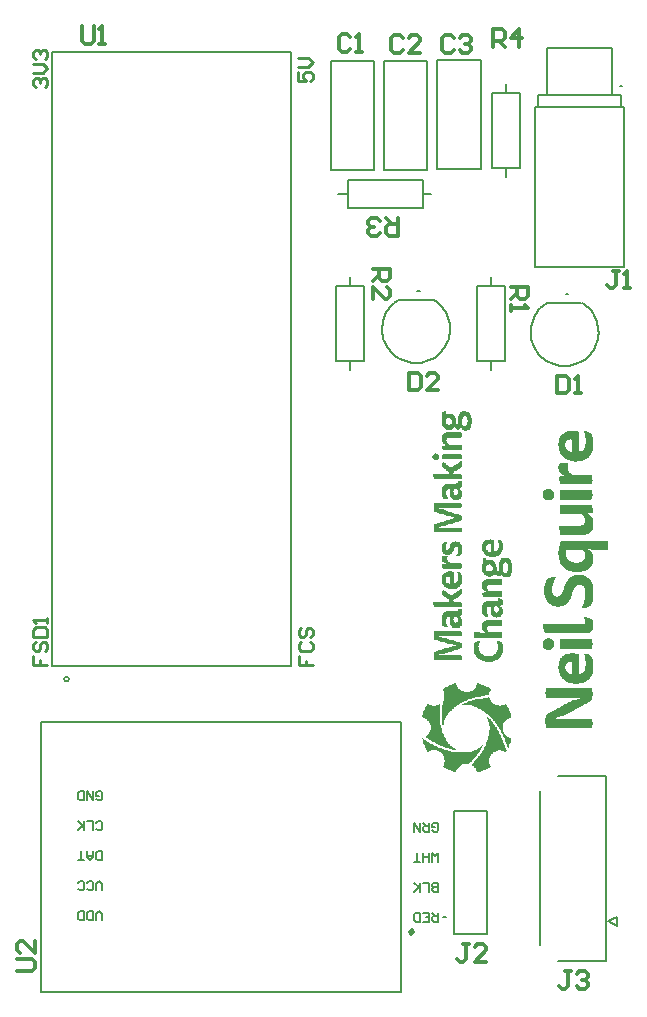
<source format=gto>
G04*
G04 #@! TF.GenerationSoftware,Altium Limited,Altium Designer,22.8.2 (66)*
G04*
G04 Layer_Color=65535*
%FSLAX25Y25*%
%MOIN*%
G70*
G04*
G04 #@! TF.SameCoordinates,5F8DC0AC-A5A4-4812-8F0A-80CEB44D7970*
G04*
G04*
G04 #@! TF.FilePolarity,Positive*
G04*
G01*
G75*
%ADD10C,0.01181*%
%ADD11C,0.00787*%
%ADD12C,0.00500*%
%ADD13C,0.00600*%
%ADD14C,0.01000*%
G36*
X152772Y202485D02*
X153443D01*
Y202262D01*
X153666D01*
Y202038D01*
X153890D01*
Y201815D01*
X154113D01*
Y201367D01*
X154337D01*
Y200473D01*
X154560D01*
Y198238D01*
X154337D01*
Y197120D01*
X154113D01*
Y196896D01*
X153890D01*
Y196449D01*
X153443D01*
Y196225D01*
X152995D01*
Y196002D01*
X152101D01*
Y196225D01*
X151654D01*
Y196449D01*
X151207D01*
Y196896D01*
X150760D01*
Y196672D01*
X150313D01*
Y196449D01*
X149642D01*
Y196672D01*
X149195D01*
Y196896D01*
X148971D01*
Y197343D01*
X148748D01*
Y197120D01*
X148524D01*
Y196896D01*
X148301D01*
Y196672D01*
X147853D01*
Y196449D01*
X146065D01*
Y196672D01*
X145618D01*
Y196896D01*
X145394D01*
Y197120D01*
X145171D01*
Y197343D01*
X144947D01*
Y197790D01*
X144724D01*
Y198461D01*
X144500D01*
Y200026D01*
X144724D01*
Y202485D01*
X145394D01*
Y202709D01*
X146065D01*
Y201815D01*
X148077D01*
Y201591D01*
X148301D01*
Y201367D01*
X148524D01*
Y201144D01*
X148748D01*
Y200920D01*
X148971D01*
Y200473D01*
X149195D01*
Y198461D01*
X149418D01*
Y198238D01*
X149865D01*
Y198461D01*
X150089D01*
Y200920D01*
X150313D01*
Y201591D01*
X150536D01*
Y202038D01*
X150760D01*
Y202262D01*
X150983D01*
Y202485D01*
X151430D01*
Y202709D01*
X152772D01*
Y202485D01*
D02*
G37*
G36*
X150983Y195331D02*
X151207D01*
Y193990D01*
X150983D01*
Y193766D01*
X146736D01*
Y193543D01*
X146289D01*
Y192872D01*
X146065D01*
Y192648D01*
X146289D01*
Y191978D01*
X146512D01*
Y191754D01*
X146736D01*
Y191531D01*
X146959D01*
Y191307D01*
X151207D01*
Y189742D01*
X150983D01*
Y189519D01*
X144947D01*
Y189966D01*
X144724D01*
Y191084D01*
X145618D01*
Y191531D01*
X145171D01*
Y191754D01*
X144947D01*
Y192201D01*
X144724D01*
Y192648D01*
X144500D01*
Y194213D01*
X144724D01*
Y194660D01*
X144947D01*
Y194884D01*
X145171D01*
Y195108D01*
X145394D01*
Y195331D01*
X146065D01*
Y195555D01*
X150983D01*
Y195331D01*
D02*
G37*
G36*
Y188177D02*
X151207D01*
Y186836D01*
X150983D01*
Y186612D01*
X144724D01*
Y188177D01*
X144947D01*
Y188401D01*
X150983D01*
Y188177D01*
D02*
G37*
G36*
X142711Y188401D02*
X143382D01*
Y187954D01*
X143606D01*
Y186836D01*
X143382D01*
Y186612D01*
X143159D01*
Y186389D01*
X142041D01*
Y186612D01*
X141817D01*
Y186836D01*
X141594D01*
Y187059D01*
X141370D01*
Y187730D01*
X141594D01*
Y188177D01*
X141817D01*
Y188401D01*
X142264D01*
Y188624D01*
X142711D01*
Y188401D01*
D02*
G37*
G36*
X189339Y195904D02*
X190083D01*
Y195755D01*
X190231D01*
Y189210D01*
X190975D01*
Y189359D01*
X191272D01*
Y189507D01*
X191570D01*
Y189656D01*
X191719D01*
Y189805D01*
X191867D01*
Y189954D01*
X192016D01*
Y190251D01*
X192165D01*
Y190549D01*
X192314D01*
Y190846D01*
X192463D01*
Y191590D01*
X192611D01*
Y193524D01*
X192463D01*
Y194416D01*
X192314D01*
Y195011D01*
X192165D01*
Y195457D01*
X192016D01*
Y195904D01*
X192909D01*
Y195755D01*
X193355D01*
Y195606D01*
X193652D01*
Y195457D01*
X193950D01*
Y195309D01*
X194247D01*
Y195160D01*
X194396D01*
Y194862D01*
X194545D01*
Y194565D01*
X194694D01*
Y194119D01*
X194843D01*
Y193524D01*
X194991D01*
Y192482D01*
X195140D01*
Y190846D01*
X194991D01*
Y189805D01*
X194843D01*
Y189359D01*
X194694D01*
Y188912D01*
X194545D01*
Y188615D01*
X194396D01*
Y188318D01*
X194247D01*
Y188020D01*
X194099D01*
Y187871D01*
X193950D01*
Y187723D01*
X193801D01*
Y187425D01*
X193652D01*
Y187276D01*
X193504D01*
Y187127D01*
X193206D01*
Y186979D01*
X193058D01*
Y186830D01*
X192909D01*
Y186681D01*
X192611D01*
Y186532D01*
X192314D01*
Y186384D01*
X192016D01*
Y186235D01*
X191570D01*
Y186086D01*
X190975D01*
Y185938D01*
X189785D01*
Y185789D01*
X188744D01*
Y185938D01*
X187703D01*
Y186086D01*
X187256D01*
Y186235D01*
X186810D01*
Y186384D01*
X186364D01*
Y186532D01*
X186066D01*
Y186681D01*
X185917D01*
Y186830D01*
X185620D01*
Y186979D01*
X185471D01*
Y187127D01*
X185322D01*
Y187276D01*
X185025D01*
Y187425D01*
X184876D01*
Y187574D01*
X184728D01*
Y187871D01*
X184579D01*
Y188020D01*
X184430D01*
Y188169D01*
X184281D01*
Y188466D01*
X184133D01*
Y188615D01*
X183984D01*
Y189061D01*
X183835D01*
Y189507D01*
X183686D01*
Y189954D01*
X183537D01*
Y190846D01*
X183389D01*
Y192036D01*
X183537D01*
Y192929D01*
X183686D01*
Y193524D01*
X183835D01*
Y193821D01*
X183984D01*
Y194119D01*
X184133D01*
Y194267D01*
X184281D01*
Y194565D01*
X184430D01*
Y194714D01*
X184579D01*
Y194862D01*
X184728D01*
Y195011D01*
X184876D01*
Y195160D01*
X185174D01*
Y195309D01*
X185322D01*
Y195457D01*
X185620D01*
Y195606D01*
X185917D01*
Y195755D01*
X186364D01*
Y195904D01*
X187108D01*
Y196053D01*
X189339D01*
Y195904D01*
D02*
G37*
G36*
X151207Y184153D02*
X150983D01*
Y183706D01*
X150536D01*
Y183482D01*
X150313D01*
Y183259D01*
X149865D01*
Y183035D01*
X149642D01*
Y182812D01*
X149195D01*
Y182588D01*
X148748D01*
Y182365D01*
X148524D01*
Y182141D01*
X148301D01*
Y181694D01*
X150983D01*
Y181470D01*
X151207D01*
Y180129D01*
X150983D01*
Y179905D01*
X141817D01*
Y180576D01*
X141594D01*
Y181694D01*
X146959D01*
Y182365D01*
X146736D01*
Y182588D01*
X146512D01*
Y182812D01*
X146065D01*
Y183035D01*
X145841D01*
Y183259D01*
X145394D01*
Y183482D01*
X145171D01*
Y183706D01*
X144947D01*
Y183930D01*
X144724D01*
Y185494D01*
X144947D01*
Y185718D01*
X145171D01*
Y185494D01*
X145394D01*
Y185271D01*
X145841D01*
Y185047D01*
X146065D01*
Y184824D01*
X146289D01*
Y184600D01*
X146736D01*
Y184377D01*
X146959D01*
Y184153D01*
X147183D01*
Y183930D01*
X148077D01*
Y184153D01*
X148301D01*
Y184377D01*
X148748D01*
Y184600D01*
X149195D01*
Y184824D01*
X149418D01*
Y185047D01*
X149865D01*
Y185271D01*
X150089D01*
Y185494D01*
X150313D01*
Y185718D01*
X150760D01*
Y185942D01*
X151207D01*
Y184153D01*
D02*
G37*
G36*
X186661Y185194D02*
X186810D01*
Y184896D01*
X186661D01*
Y184450D01*
X186512D01*
Y183111D01*
X186661D01*
Y182665D01*
X186810D01*
Y182516D01*
X186959D01*
Y182219D01*
X187108D01*
Y182070D01*
X187256D01*
Y181921D01*
X187554D01*
Y181772D01*
X187703D01*
Y181624D01*
X188000D01*
Y181475D01*
X188297D01*
Y181326D01*
X194545D01*
Y181029D01*
X194694D01*
Y180285D01*
Y180136D01*
Y179690D01*
X194843D01*
Y179393D01*
X194694D01*
Y178649D01*
X194545D01*
Y178202D01*
X184133D01*
Y178351D01*
X183984D01*
Y178797D01*
X183835D01*
Y179393D01*
X183686D01*
Y180731D01*
X184133D01*
Y180880D01*
X185620D01*
Y181177D01*
X185322D01*
Y181326D01*
X184876D01*
Y181475D01*
X184579D01*
Y181624D01*
X184430D01*
Y181772D01*
X184281D01*
Y181921D01*
X184133D01*
Y182070D01*
X183984D01*
Y182219D01*
X183835D01*
Y182368D01*
X183686D01*
Y182814D01*
X183537D01*
Y183260D01*
X183389D01*
Y184450D01*
X183537D01*
Y184896D01*
X183686D01*
Y185045D01*
X183984D01*
Y185194D01*
X184430D01*
Y185343D01*
X186661D01*
Y185194D01*
D02*
G37*
G36*
X194396Y176269D02*
X194545D01*
Y175971D01*
X194694D01*
Y175079D01*
X194843D01*
Y174484D01*
X194694D01*
Y173591D01*
X194545D01*
Y173294D01*
X194396D01*
Y173145D01*
X184133D01*
Y173294D01*
X183984D01*
Y173591D01*
X183835D01*
Y175971D01*
X183984D01*
Y176120D01*
Y176269D01*
X184133D01*
Y176418D01*
X194396D01*
Y176269D01*
D02*
G37*
G36*
X150536Y179235D02*
X151207D01*
Y178564D01*
X151430D01*
Y177446D01*
X151207D01*
Y177223D01*
X150983D01*
Y176999D01*
X150536D01*
Y176552D01*
X150760D01*
Y176328D01*
X150983D01*
Y176105D01*
X151207D01*
Y175434D01*
X151430D01*
Y174540D01*
X151207D01*
Y173869D01*
X150983D01*
Y173422D01*
X150760D01*
Y173198D01*
X150313D01*
Y172975D01*
X148301D01*
Y173198D01*
X148077D01*
Y173422D01*
X147853D01*
Y173646D01*
X147630D01*
Y174093D01*
X147406D01*
Y174763D01*
X147183D01*
Y176328D01*
X147406D01*
Y176552D01*
X146512D01*
Y176328D01*
X146289D01*
Y176105D01*
X146065D01*
Y174540D01*
X146289D01*
Y173869D01*
X146512D01*
Y173422D01*
X144947D01*
Y173869D01*
X144724D01*
Y174540D01*
X144500D01*
Y176776D01*
X144724D01*
Y177446D01*
X144947D01*
Y177670D01*
X145171D01*
Y177893D01*
X145394D01*
Y178117D01*
X145618D01*
Y178340D01*
X149195D01*
Y178564D01*
X149642D01*
Y178788D01*
X149865D01*
Y179235D01*
X149642D01*
Y179458D01*
X150536D01*
Y179235D01*
D02*
G37*
G36*
X180414Y176566D02*
X181009D01*
Y176418D01*
X181306D01*
Y176269D01*
X181455D01*
Y176120D01*
X181604D01*
Y175971D01*
X181753D01*
Y175822D01*
X181901D01*
Y175376D01*
X182050D01*
Y174186D01*
X181901D01*
Y173740D01*
X181753D01*
Y173591D01*
X181604D01*
Y173294D01*
X181306D01*
Y173145D01*
X181158D01*
Y172996D01*
X180562D01*
Y172847D01*
X179670D01*
Y172996D01*
X179224D01*
Y173145D01*
X178926D01*
Y173294D01*
X178778D01*
Y173442D01*
X178629D01*
Y173591D01*
X178480D01*
Y173889D01*
X178331D01*
Y174335D01*
X178182D01*
Y175376D01*
X178331D01*
Y175674D01*
X178480D01*
Y175971D01*
X178629D01*
Y176120D01*
X178778D01*
Y176269D01*
X178926D01*
Y176418D01*
X179224D01*
Y176566D01*
X179819D01*
Y176715D01*
X180414D01*
Y176566D01*
D02*
G37*
G36*
X150983Y171634D02*
X151207D01*
Y170516D01*
X150983D01*
Y170292D01*
X143606D01*
Y170069D01*
X144053D01*
Y169845D01*
X145171D01*
Y169622D01*
X145841D01*
Y169398D01*
X146736D01*
Y169174D01*
X147406D01*
Y168951D01*
X148077D01*
Y168727D01*
X148748D01*
Y168504D01*
X149642D01*
Y168280D01*
X150313D01*
Y168057D01*
X150983D01*
Y167833D01*
X151207D01*
Y166268D01*
X150983D01*
Y166044D01*
X150313D01*
Y165821D01*
X149642D01*
Y165597D01*
X148971D01*
Y165374D01*
X148301D01*
Y165150D01*
X147630D01*
Y164927D01*
X146736D01*
Y164703D01*
X146065D01*
Y164480D01*
X145394D01*
Y164256D01*
X144276D01*
Y164032D01*
X143606D01*
Y163809D01*
X150983D01*
Y163585D01*
X151207D01*
Y162468D01*
X150983D01*
Y162244D01*
X142041D01*
Y164927D01*
X142264D01*
Y165150D01*
X142935D01*
Y165374D01*
X143829D01*
Y165597D01*
X144500D01*
Y165821D01*
X145171D01*
Y166044D01*
X145841D01*
Y166268D01*
X146512D01*
Y166492D01*
X147406D01*
Y166715D01*
X148301D01*
Y166939D01*
X149418D01*
Y167162D01*
X148748D01*
Y167386D01*
X147630D01*
Y167610D01*
X146736D01*
Y167833D01*
X145841D01*
Y168057D01*
X145171D01*
Y168280D01*
X144500D01*
Y168504D01*
X143606D01*
Y168727D01*
X142935D01*
Y168951D01*
X142264D01*
Y169174D01*
X142041D01*
Y169845D01*
Y170069D01*
Y171857D01*
X150983D01*
Y171634D01*
D02*
G37*
G36*
X194396Y171211D02*
X194545D01*
Y170914D01*
X194694D01*
Y170319D01*
X194843D01*
Y168831D01*
X194396D01*
Y168683D01*
X193801D01*
Y168534D01*
X193355D01*
Y168236D01*
X193652D01*
Y168087D01*
X193801D01*
Y167939D01*
X194099D01*
Y167790D01*
X194247D01*
Y167641D01*
X194396D01*
Y167344D01*
X194545D01*
Y167195D01*
X194694D01*
Y166897D01*
X194843D01*
Y166451D01*
X194991D01*
Y165708D01*
X195140D01*
Y164071D01*
X194991D01*
Y163476D01*
X194843D01*
Y163030D01*
X194694D01*
Y162733D01*
X194545D01*
Y162584D01*
X194396D01*
Y162435D01*
X194247D01*
Y162286D01*
X194099D01*
Y162137D01*
X193950D01*
Y161989D01*
X193801D01*
Y161840D01*
X193504D01*
Y161691D01*
X193206D01*
Y161542D01*
X192611D01*
Y161394D01*
X191719D01*
Y161245D01*
X184281D01*
Y161394D01*
X184133D01*
Y161691D01*
X183984D01*
Y162286D01*
X183835D01*
Y163030D01*
X183686D01*
Y164369D01*
X190826D01*
Y164517D01*
X191421D01*
Y164666D01*
X191719D01*
Y164815D01*
X191867D01*
Y164964D01*
X192016D01*
Y165261D01*
X192165D01*
Y167046D01*
X192016D01*
Y167344D01*
X191867D01*
Y167641D01*
X191719D01*
Y167790D01*
X191570D01*
Y167939D01*
X191421D01*
Y168087D01*
X191272D01*
Y168236D01*
X183984D01*
Y168534D01*
X183835D01*
Y171063D01*
X183984D01*
Y171360D01*
X194396D01*
Y171211D01*
D02*
G37*
G36*
X149418Y159114D02*
X150313D01*
Y158890D01*
X150536D01*
Y158667D01*
X150760D01*
Y158443D01*
X150983D01*
Y157996D01*
X151207D01*
Y157102D01*
X151430D01*
Y155761D01*
X151207D01*
Y154866D01*
X150983D01*
Y154643D01*
X150760D01*
Y154419D01*
X149418D01*
Y154643D01*
X149642D01*
Y155090D01*
X149865D01*
Y156208D01*
X150089D01*
Y156878D01*
X149865D01*
Y157326D01*
X148971D01*
Y157102D01*
X148748D01*
Y156431D01*
X148524D01*
Y155984D01*
X148301D01*
Y155537D01*
X148077D01*
Y155090D01*
X147853D01*
Y154866D01*
X147406D01*
Y154643D01*
X145618D01*
Y154866D01*
X145171D01*
Y155090D01*
X144947D01*
Y155537D01*
X144724D01*
Y156208D01*
X144500D01*
Y157773D01*
X144724D01*
Y158443D01*
X144947D01*
Y158667D01*
X145171D01*
Y158890D01*
X146289D01*
Y158443D01*
X146065D01*
Y157549D01*
X145841D01*
Y156655D01*
X146065D01*
Y156431D01*
X146736D01*
Y156655D01*
X146959D01*
Y157102D01*
X147183D01*
Y157773D01*
X147406D01*
Y158220D01*
X147630D01*
Y158667D01*
X147853D01*
Y158890D01*
X148301D01*
Y159114D01*
X148971D01*
Y159338D01*
X149418D01*
Y159114D01*
D02*
G37*
G36*
X199751Y159311D02*
X199900D01*
Y158716D01*
X200049D01*
Y157080D01*
X199900D01*
Y156485D01*
X199751D01*
Y156336D01*
X196181D01*
Y156485D01*
X194247D01*
Y156634D01*
X193355D01*
Y156485D01*
X193504D01*
Y156336D01*
X193801D01*
Y156187D01*
X193950D01*
Y156039D01*
X194099D01*
Y155890D01*
X194247D01*
Y155741D01*
X194396D01*
Y155593D01*
X194545D01*
Y155295D01*
X194694D01*
Y155146D01*
X194843D01*
Y154700D01*
X194991D01*
Y154105D01*
X195140D01*
Y152618D01*
X194991D01*
Y152023D01*
X194843D01*
Y151576D01*
X194694D01*
Y151279D01*
X194545D01*
Y150981D01*
X194396D01*
Y150832D01*
X194247D01*
Y150535D01*
X194099D01*
Y150386D01*
X193950D01*
Y150238D01*
X193652D01*
Y150089D01*
X193504D01*
Y149940D01*
X193355D01*
Y149791D01*
X193058D01*
Y149643D01*
X192760D01*
Y149494D01*
X192463D01*
Y149345D01*
X192016D01*
Y149196D01*
X191421D01*
Y149048D01*
X188000D01*
Y149196D01*
X187405D01*
Y149345D01*
X186959D01*
Y149494D01*
X186661D01*
Y149643D01*
X186364D01*
Y149791D01*
X186066D01*
Y149940D01*
X185769D01*
Y150089D01*
X185620D01*
Y150238D01*
X185471D01*
Y150386D01*
X185322D01*
Y150535D01*
X185025D01*
Y150832D01*
X184876D01*
Y150981D01*
X184728D01*
Y151130D01*
X184579D01*
Y151279D01*
X184430D01*
Y151576D01*
X184281D01*
Y151725D01*
X184133D01*
Y152023D01*
X183984D01*
Y152469D01*
X183835D01*
Y152915D01*
X183686D01*
Y153510D01*
X183537D01*
Y154551D01*
X183389D01*
Y156039D01*
X183537D01*
Y157080D01*
X183686D01*
Y157675D01*
X183835D01*
Y158121D01*
X183984D01*
Y158568D01*
X184133D01*
Y158865D01*
X184281D01*
Y159162D01*
X184430D01*
Y159460D01*
X199751D01*
Y159311D01*
D02*
G37*
G36*
X161044Y159785D02*
X161938D01*
Y155984D01*
X162161D01*
Y155761D01*
X162385D01*
Y155984D01*
X162832D01*
Y156208D01*
X163056D01*
Y156431D01*
X163279D01*
Y157102D01*
X163503D01*
Y158667D01*
X163279D01*
Y159561D01*
X163056D01*
Y159785D01*
X163950D01*
Y159561D01*
X164397D01*
Y159338D01*
X164621D01*
Y158667D01*
X164844D01*
Y156208D01*
X164621D01*
Y155537D01*
X164397D01*
Y155090D01*
X164173D01*
Y154866D01*
X163950D01*
Y154643D01*
X163726D01*
Y154419D01*
X163279D01*
Y154196D01*
X162609D01*
Y153972D01*
X160373D01*
Y154196D01*
X159926D01*
Y154419D01*
X159479D01*
Y154643D01*
X159031D01*
Y154866D01*
X158808D01*
Y155090D01*
X158584D01*
Y155537D01*
X158361D01*
Y155984D01*
X158137D01*
Y158443D01*
X158361D01*
Y158890D01*
X158584D01*
Y159114D01*
X158808D01*
Y159338D01*
X159031D01*
Y159561D01*
X159479D01*
Y159785D01*
X160597D01*
Y160008D01*
X161044D01*
Y159785D01*
D02*
G37*
G36*
X145841Y154196D02*
X146512D01*
Y153972D01*
X146289D01*
Y152854D01*
X146512D01*
Y152407D01*
X146736D01*
Y152184D01*
X147183D01*
Y151960D01*
X150983D01*
Y151737D01*
X151207D01*
Y150395D01*
X150983D01*
Y150172D01*
X144947D01*
Y150395D01*
X144724D01*
Y151513D01*
X144947D01*
Y151737D01*
X145841D01*
Y151960D01*
X145394D01*
Y152184D01*
X144947D01*
Y152407D01*
X144724D01*
Y152854D01*
X144500D01*
Y153972D01*
X144724D01*
Y154196D01*
X145618D01*
Y154419D01*
X145841D01*
Y154196D01*
D02*
G37*
G36*
X166633Y153525D02*
X167080D01*
Y153302D01*
X167303D01*
Y153078D01*
X167527D01*
Y152631D01*
X167751D01*
Y151960D01*
X167974D01*
Y148607D01*
X167751D01*
Y148160D01*
X167527D01*
Y147712D01*
X167303D01*
Y147489D01*
X166856D01*
Y147265D01*
X165291D01*
Y147489D01*
X164844D01*
Y147712D01*
X164621D01*
Y148160D01*
X164397D01*
Y147936D01*
X164173D01*
Y147712D01*
X162832D01*
Y147936D01*
X162609D01*
Y148160D01*
X162385D01*
Y148383D01*
X162161D01*
Y148160D01*
X161938D01*
Y147936D01*
X161714D01*
Y147712D01*
X160820D01*
Y147489D01*
X160149D01*
Y147712D01*
X159255D01*
Y147936D01*
X158808D01*
Y148160D01*
X158584D01*
Y148607D01*
X158361D01*
Y149054D01*
X158137D01*
Y151513D01*
X158361D01*
Y153525D01*
X158584D01*
Y153749D01*
X159479D01*
Y153078D01*
X159702D01*
Y152854D01*
X159926D01*
Y153078D01*
X161044D01*
Y152854D01*
X161714D01*
Y152631D01*
X161938D01*
Y152407D01*
X162161D01*
Y152184D01*
X162385D01*
Y151737D01*
X162609D01*
Y150842D01*
X162832D01*
Y149501D01*
X163056D01*
Y149277D01*
X163279D01*
Y149501D01*
X163503D01*
Y150172D01*
X163726D01*
Y152407D01*
X163950D01*
Y153078D01*
X164173D01*
Y153302D01*
X164397D01*
Y153525D01*
X164844D01*
Y153749D01*
X166633D01*
Y153525D01*
D02*
G37*
G36*
X148077Y149054D02*
X148524D01*
Y145253D01*
X149195D01*
Y145477D01*
X149418D01*
Y145700D01*
X149642D01*
Y146148D01*
X149865D01*
Y148607D01*
X149642D01*
Y149054D01*
X150536D01*
Y148830D01*
X150983D01*
Y148160D01*
X151207D01*
Y147265D01*
X151430D01*
Y145924D01*
X151207D01*
Y145030D01*
X150983D01*
Y144583D01*
X150760D01*
Y144359D01*
X150536D01*
Y144135D01*
X150313D01*
Y143912D01*
X150089D01*
Y143688D01*
X149642D01*
Y143465D01*
X148971D01*
Y143241D01*
X147183D01*
Y143465D01*
X146512D01*
Y143688D01*
X146065D01*
Y143912D01*
X145618D01*
Y144135D01*
X145394D01*
Y144359D01*
X145171D01*
Y144583D01*
X144947D01*
Y145030D01*
X144724D01*
Y145700D01*
X144500D01*
Y147265D01*
X144724D01*
Y147936D01*
X144947D01*
Y148383D01*
X145171D01*
Y148607D01*
X145394D01*
Y148830D01*
X145841D01*
Y149054D01*
X146512D01*
Y149277D01*
X148077D01*
Y149054D01*
D02*
G37*
G36*
X150983Y143241D02*
X151207D01*
Y141676D01*
X150983D01*
Y141229D01*
X150760D01*
Y141006D01*
X150313D01*
Y140782D01*
X150089D01*
Y140558D01*
X149865D01*
Y140335D01*
X149418D01*
Y140111D01*
X148971D01*
Y139888D01*
X148524D01*
Y139664D01*
X148301D01*
Y139217D01*
X148524D01*
Y138994D01*
X150983D01*
Y138770D01*
X151207D01*
Y137429D01*
X150983D01*
Y137205D01*
X141817D01*
Y137876D01*
X141594D01*
Y138994D01*
X146959D01*
Y139888D01*
X146512D01*
Y140111D01*
X146289D01*
Y140335D01*
X145841D01*
Y140558D01*
X145618D01*
Y140782D01*
X145394D01*
Y141006D01*
X144947D01*
Y141229D01*
X144724D01*
Y142794D01*
X144947D01*
Y143018D01*
X145171D01*
Y142794D01*
X145618D01*
Y142570D01*
X145841D01*
Y142347D01*
X146289D01*
Y142123D01*
X146512D01*
Y141900D01*
X146736D01*
Y141676D01*
X147183D01*
Y141453D01*
X147406D01*
Y141229D01*
X147853D01*
Y141453D01*
X148301D01*
Y141676D01*
X148524D01*
Y141900D01*
X148971D01*
Y142123D01*
X149418D01*
Y142347D01*
X149642D01*
Y142570D01*
X149865D01*
Y142794D01*
X150313D01*
Y143018D01*
X150536D01*
Y143241D01*
X150760D01*
Y143465D01*
X150983D01*
Y143241D01*
D02*
G37*
G36*
X164621Y144806D02*
X160149D01*
Y144583D01*
X159926D01*
Y144359D01*
X159702D01*
Y143241D01*
X159926D01*
Y142794D01*
X160373D01*
Y142570D01*
X164621D01*
Y140782D01*
X158361D01*
Y141453D01*
X158137D01*
Y142123D01*
X158584D01*
Y142347D01*
X159255D01*
Y142570D01*
X158808D01*
Y142794D01*
X158584D01*
Y143018D01*
X158361D01*
Y143465D01*
X158137D01*
Y145700D01*
X158361D01*
Y145924D01*
X158584D01*
Y146148D01*
X158808D01*
Y146371D01*
X159255D01*
Y146595D01*
X164621D01*
Y144806D01*
D02*
G37*
G36*
X191124Y147857D02*
X191867D01*
Y147709D01*
X192314D01*
Y147560D01*
X192611D01*
Y147411D01*
X192909D01*
Y147263D01*
X193058D01*
Y147114D01*
X193355D01*
Y146965D01*
X193504D01*
Y146816D01*
X193652D01*
Y146668D01*
X193801D01*
Y146519D01*
X193950D01*
Y146370D01*
X194099D01*
Y146221D01*
X194247D01*
Y145924D01*
X194396D01*
Y145626D01*
X194545D01*
Y145329D01*
X194694D01*
Y144883D01*
X194843D01*
Y144436D01*
X194991D01*
Y143693D01*
X195140D01*
Y140420D01*
X194991D01*
Y139676D01*
X194843D01*
Y139081D01*
X194694D01*
Y138486D01*
X194545D01*
Y138189D01*
X194396D01*
Y137742D01*
X194247D01*
Y137594D01*
X193801D01*
Y137445D01*
X193504D01*
Y137296D01*
X192909D01*
Y137147D01*
X191272D01*
Y137445D01*
X191421D01*
Y137742D01*
X191570D01*
Y138040D01*
X191719D01*
Y138486D01*
X191867D01*
Y138933D01*
X192016D01*
Y139527D01*
X192165D01*
Y140122D01*
X192314D01*
Y141313D01*
X192463D01*
Y141461D01*
Y141610D01*
Y142651D01*
X192314D01*
Y143395D01*
X192165D01*
Y143841D01*
X192016D01*
Y143990D01*
X191867D01*
Y144288D01*
X191719D01*
Y144436D01*
X191421D01*
Y144585D01*
X190975D01*
Y144734D01*
X190083D01*
Y144585D01*
X189785D01*
Y144436D01*
X189488D01*
Y144288D01*
X189339D01*
Y144139D01*
X189190D01*
Y143990D01*
X189041D01*
Y143841D01*
X188892D01*
Y143544D01*
X188744D01*
Y143246D01*
X188595D01*
Y142949D01*
X188446D01*
Y142502D01*
X188297D01*
Y142205D01*
X188149D01*
Y141610D01*
X188000D01*
Y141164D01*
X187851D01*
Y140866D01*
X187703D01*
Y140569D01*
X187554D01*
Y140122D01*
X187405D01*
Y139825D01*
X187256D01*
Y139527D01*
X187108D01*
Y139379D01*
X186959D01*
Y139081D01*
X186810D01*
Y138933D01*
X186661D01*
Y138784D01*
X186512D01*
Y138635D01*
X186364D01*
Y138486D01*
X186215D01*
Y138338D01*
X186066D01*
Y138189D01*
X185917D01*
Y138040D01*
X185620D01*
Y137891D01*
X185322D01*
Y137742D01*
X184876D01*
Y137594D01*
X184133D01*
Y137445D01*
X182645D01*
Y137594D01*
X181901D01*
Y137742D01*
X181455D01*
Y137891D01*
X181158D01*
Y138040D01*
X180860D01*
Y138189D01*
X180711D01*
Y138338D01*
X180414D01*
Y138486D01*
X180265D01*
Y138635D01*
X180116D01*
Y138784D01*
X179967D01*
Y138933D01*
X179819D01*
Y139081D01*
X179670D01*
Y139379D01*
X179521D01*
Y139527D01*
X179373D01*
Y139974D01*
X179224D01*
Y140271D01*
X179075D01*
Y140717D01*
X178926D01*
Y141313D01*
X178778D01*
Y144436D01*
X178926D01*
Y145031D01*
X179075D01*
Y145477D01*
X179224D01*
Y145924D01*
X179373D01*
Y146221D01*
X179521D01*
Y146519D01*
X179670D01*
Y146816D01*
X180116D01*
Y146965D01*
X180414D01*
Y147114D01*
X180860D01*
Y147263D01*
X182645D01*
Y147114D01*
X182496D01*
Y146965D01*
X182348D01*
Y146668D01*
X182199D01*
Y146370D01*
X182050D01*
Y145924D01*
X181901D01*
Y145477D01*
X181753D01*
Y145031D01*
X181604D01*
Y144288D01*
X181455D01*
Y142056D01*
X181604D01*
Y141610D01*
X181753D01*
Y141461D01*
X181901D01*
Y141164D01*
X182050D01*
Y141015D01*
X182348D01*
Y140866D01*
X182794D01*
Y140717D01*
X183240D01*
Y140866D01*
X183686D01*
Y141015D01*
X183984D01*
Y141164D01*
X184133D01*
Y141313D01*
X184281D01*
Y141461D01*
X184430D01*
Y141759D01*
X184579D01*
Y141908D01*
X184728D01*
Y142205D01*
X184876D01*
Y142651D01*
X185025D01*
Y142949D01*
X185174D01*
Y143395D01*
X185322D01*
Y143841D01*
X185471D01*
Y144288D01*
X185620D01*
Y144585D01*
X185769D01*
Y145031D01*
X185917D01*
Y145329D01*
X186066D01*
Y145626D01*
X186215D01*
Y145924D01*
X186364D01*
Y146072D01*
X186512D01*
Y146370D01*
X186661D01*
Y146519D01*
X186810D01*
Y146668D01*
X186959D01*
Y146816D01*
X187108D01*
Y146965D01*
X187256D01*
Y147114D01*
X187405D01*
Y147263D01*
X187703D01*
Y147411D01*
X187851D01*
Y147560D01*
X188297D01*
Y147709D01*
X188595D01*
Y147857D01*
X189339D01*
Y148006D01*
X191124D01*
Y147857D01*
D02*
G37*
G36*
X163950Y140111D02*
X164621D01*
Y139664D01*
X164844D01*
Y138099D01*
X164621D01*
Y137876D01*
X164173D01*
Y137652D01*
X163950D01*
Y137429D01*
X164397D01*
Y137205D01*
X164621D01*
Y136758D01*
X164844D01*
Y134969D01*
X164621D01*
Y134522D01*
X164397D01*
Y134299D01*
X164173D01*
Y134075D01*
X163950D01*
Y133852D01*
X163056D01*
Y133628D01*
X162609D01*
Y133852D01*
X161714D01*
Y134075D01*
X161491D01*
Y134299D01*
X161267D01*
Y134522D01*
X161044D01*
Y135193D01*
X160820D01*
Y137429D01*
X159926D01*
Y137205D01*
X159702D01*
Y134969D01*
X159926D01*
Y134522D01*
X160149D01*
Y134299D01*
X159926D01*
Y134075D01*
X159031D01*
Y134299D01*
X158584D01*
Y134522D01*
X158361D01*
Y134969D01*
X158137D01*
Y138099D01*
X158361D01*
Y138546D01*
X158584D01*
Y138770D01*
X158808D01*
Y138994D01*
X159255D01*
Y139217D01*
X163056D01*
Y139441D01*
X163279D01*
Y140335D01*
X163950D01*
Y140111D01*
D02*
G37*
G36*
X150760Y136534D02*
X151207D01*
Y136087D01*
X151430D01*
Y134969D01*
X151207D01*
Y134522D01*
X150983D01*
Y134299D01*
X150536D01*
Y134075D01*
X150760D01*
Y133852D01*
X150983D01*
Y133404D01*
X151207D01*
Y132957D01*
X151430D01*
Y131840D01*
X151207D01*
Y131169D01*
X150983D01*
Y130945D01*
X150760D01*
Y130722D01*
X150536D01*
Y130498D01*
X150089D01*
Y130275D01*
X148748D01*
Y130498D01*
X148077D01*
Y130722D01*
X147853D01*
Y130945D01*
X147630D01*
Y131392D01*
X147406D01*
Y132063D01*
X147183D01*
Y133628D01*
X147406D01*
Y134075D01*
X146512D01*
Y133852D01*
X146289D01*
Y133404D01*
X146065D01*
Y131840D01*
X146289D01*
Y131169D01*
X146512D01*
Y130722D01*
X145171D01*
Y130945D01*
X144947D01*
Y131169D01*
X144724D01*
Y132063D01*
X144500D01*
Y134299D01*
X144724D01*
Y134746D01*
X144947D01*
Y135193D01*
X145171D01*
Y135416D01*
X145394D01*
Y135640D01*
X146065D01*
Y135864D01*
X149642D01*
Y136087D01*
X149865D01*
Y136534D01*
X149642D01*
Y136758D01*
X150760D01*
Y136534D01*
D02*
G37*
G36*
X164621Y131169D02*
X160149D01*
Y130945D01*
X159926D01*
Y130722D01*
X159702D01*
Y129604D01*
X159926D01*
Y129157D01*
X160149D01*
Y128933D01*
X164621D01*
Y127145D01*
X155455D01*
Y127368D01*
X155231D01*
Y128933D01*
X157243D01*
Y128710D01*
X159031D01*
Y128933D01*
X158808D01*
Y129157D01*
X158584D01*
Y129380D01*
X158361D01*
Y129827D01*
X158137D01*
Y132063D01*
X158361D01*
Y132287D01*
X158584D01*
Y132510D01*
X158808D01*
Y132734D01*
X159255D01*
Y132957D01*
X164621D01*
Y131169D01*
D02*
G37*
G36*
X193058Y133726D02*
X193652D01*
Y133578D01*
X194099D01*
Y133429D01*
X194396D01*
Y133280D01*
X194694D01*
Y132983D01*
X194843D01*
Y132536D01*
X194991D01*
Y131941D01*
X195140D01*
Y130603D01*
X194991D01*
Y130008D01*
X194843D01*
Y129710D01*
X194694D01*
Y129412D01*
X194545D01*
Y129264D01*
X194396D01*
Y129115D01*
X194247D01*
Y128966D01*
X193950D01*
Y128817D01*
X193652D01*
Y128669D01*
X193058D01*
Y128520D01*
X179075D01*
Y128669D01*
X178926D01*
Y128966D01*
X178778D01*
Y129412D01*
X178629D01*
Y130156D01*
X178480D01*
Y131644D01*
X192016D01*
Y131792D01*
X192165D01*
Y132090D01*
X192314D01*
Y132983D01*
X192165D01*
Y133429D01*
X192016D01*
Y133875D01*
X193058D01*
Y133726D01*
D02*
G37*
G36*
X194545Y126289D02*
X194694D01*
Y125248D01*
X194843D01*
Y124653D01*
X194694D01*
Y123760D01*
X194545D01*
Y123462D01*
X183984D01*
Y123760D01*
X183835D01*
Y126289D01*
X183984D01*
Y126586D01*
X194545D01*
Y126289D01*
D02*
G37*
G36*
X180711Y126735D02*
X181009D01*
Y126586D01*
X181306D01*
Y126437D01*
X181455D01*
Y126289D01*
X181604D01*
Y126140D01*
X181753D01*
Y125991D01*
X181901D01*
Y125545D01*
X182050D01*
Y124355D01*
X181901D01*
Y123909D01*
X181753D01*
Y123760D01*
X181604D01*
Y123611D01*
X181455D01*
Y123462D01*
X181306D01*
Y123314D01*
X181009D01*
Y123165D01*
X180265D01*
Y123016D01*
X179819D01*
Y123165D01*
X179224D01*
Y123314D01*
X178926D01*
Y123462D01*
X178778D01*
Y123611D01*
X178629D01*
Y123760D01*
X178480D01*
Y124057D01*
X178331D01*
Y124504D01*
X178182D01*
Y125545D01*
X178331D01*
Y125842D01*
X178480D01*
Y126140D01*
X178629D01*
Y126289D01*
X178778D01*
Y126437D01*
X178926D01*
Y126586D01*
X179075D01*
Y126735D01*
X179521D01*
Y126884D01*
X180711D01*
Y126735D01*
D02*
G37*
G36*
X163056Y126027D02*
X163950D01*
Y125803D01*
X164397D01*
Y125580D01*
X164621D01*
Y124909D01*
X164844D01*
Y122003D01*
X164621D01*
Y121332D01*
X164397D01*
Y120885D01*
X164173D01*
Y120661D01*
X163950D01*
Y120438D01*
X163726D01*
Y120214D01*
X163503D01*
Y119991D01*
X163279D01*
Y119767D01*
X162832D01*
Y119544D01*
X162385D01*
Y119320D01*
X161491D01*
Y119097D01*
X159031D01*
Y119320D01*
X158137D01*
Y119544D01*
X157690D01*
Y119767D01*
X157243D01*
Y119991D01*
X156796D01*
Y120214D01*
X156572D01*
Y120438D01*
X156349D01*
Y120661D01*
X156125D01*
Y121108D01*
X155902D01*
Y121332D01*
X155678D01*
Y121779D01*
X155455D01*
Y122673D01*
X155231D01*
Y124686D01*
X155455D01*
Y125356D01*
X155678D01*
Y125803D01*
X156349D01*
Y126027D01*
X157243D01*
Y125356D01*
X157019D01*
Y124238D01*
X156796D01*
Y124015D01*
X157019D01*
Y122673D01*
X157243D01*
Y122226D01*
X157467D01*
Y122003D01*
X157690D01*
Y121779D01*
X157914D01*
Y121556D01*
X158361D01*
Y121332D01*
X158808D01*
Y121108D01*
X161491D01*
Y121332D01*
X161938D01*
Y121556D01*
X162385D01*
Y121779D01*
X162609D01*
Y122226D01*
X162832D01*
Y122450D01*
X163056D01*
Y123121D01*
X163279D01*
Y125133D01*
X163056D01*
Y125803D01*
X162832D01*
Y126251D01*
X163056D01*
Y126027D01*
D02*
G37*
G36*
X150983Y129157D02*
X151207D01*
Y127815D01*
X150983D01*
Y127592D01*
X143606D01*
Y127368D01*
X144724D01*
Y127145D01*
X145394D01*
Y126921D01*
X146289D01*
Y126698D01*
X146959D01*
Y126474D01*
X147853D01*
Y126251D01*
X148524D01*
Y126027D01*
X149195D01*
Y125803D01*
X149865D01*
Y125580D01*
X150760D01*
Y125356D01*
X151207D01*
Y123568D01*
X150760D01*
Y123344D01*
X150089D01*
Y123121D01*
X149418D01*
Y122897D01*
X148524D01*
Y122673D01*
X147853D01*
Y122450D01*
X147183D01*
Y122226D01*
X146512D01*
Y122003D01*
X145618D01*
Y121779D01*
X144947D01*
Y121556D01*
X143606D01*
Y121332D01*
X150983D01*
Y120885D01*
X151207D01*
Y119767D01*
X150983D01*
Y119544D01*
X142041D01*
Y122450D01*
X142711D01*
Y122673D01*
X143382D01*
Y122897D01*
X144053D01*
Y123121D01*
X144724D01*
Y123344D01*
X145394D01*
Y123568D01*
X146289D01*
Y123791D01*
X146959D01*
Y124015D01*
X147853D01*
Y124238D01*
X148971D01*
Y124462D01*
X149418D01*
Y124686D01*
X148301D01*
Y124909D01*
X147183D01*
Y125133D01*
X146289D01*
Y125356D01*
X145618D01*
Y125580D01*
X144947D01*
Y125803D01*
X144053D01*
Y126027D01*
X143382D01*
Y126251D01*
X142488D01*
Y126474D01*
X142041D01*
Y129380D01*
X150983D01*
Y129157D01*
D02*
G37*
G36*
X189041Y121826D02*
X189934D01*
Y121677D01*
X190231D01*
Y115132D01*
X190380D01*
Y114984D01*
X190529D01*
Y115132D01*
X191124D01*
Y115281D01*
X191421D01*
Y115430D01*
X191570D01*
Y115579D01*
X191719D01*
Y115727D01*
X191867D01*
Y115876D01*
X192016D01*
Y116025D01*
X192165D01*
Y116323D01*
X192314D01*
Y116769D01*
X192463D01*
Y117513D01*
X192611D01*
Y119446D01*
X192463D01*
Y120339D01*
X192314D01*
Y120785D01*
X192165D01*
Y121380D01*
X192016D01*
Y121826D01*
X192760D01*
Y121677D01*
X193206D01*
Y121529D01*
X193652D01*
Y121380D01*
X193950D01*
Y121231D01*
X194099D01*
Y121082D01*
X194396D01*
Y120785D01*
X194545D01*
Y120487D01*
X194694D01*
Y120041D01*
X194843D01*
Y119298D01*
X194991D01*
Y118405D01*
X195140D01*
Y116620D01*
X194991D01*
Y115727D01*
X194843D01*
Y115132D01*
X194694D01*
Y114835D01*
X194545D01*
Y114389D01*
X194396D01*
Y114240D01*
X194247D01*
Y113943D01*
X194099D01*
Y113645D01*
X193950D01*
Y113496D01*
X193801D01*
Y113347D01*
X193652D01*
Y113199D01*
X193504D01*
Y113050D01*
X193355D01*
Y112901D01*
X193058D01*
Y112752D01*
X192909D01*
Y112604D01*
X192760D01*
Y112455D01*
X192463D01*
Y112306D01*
X192016D01*
Y112157D01*
X191719D01*
Y112009D01*
X191124D01*
Y111860D01*
X190231D01*
Y111711D01*
X188446D01*
Y111860D01*
X187554D01*
Y112009D01*
X187108D01*
Y112157D01*
X186661D01*
Y112306D01*
X186364D01*
Y112455D01*
X186066D01*
Y112604D01*
X185769D01*
Y112752D01*
X185620D01*
Y112901D01*
X185322D01*
Y113050D01*
X185174D01*
Y113199D01*
X185025D01*
Y113347D01*
X184876D01*
Y113496D01*
X184728D01*
Y113645D01*
X184579D01*
Y113943D01*
X184430D01*
Y114091D01*
X184281D01*
Y114240D01*
X184133D01*
Y114538D01*
X183984D01*
Y114835D01*
X183835D01*
Y115281D01*
X183686D01*
Y115876D01*
X183537D01*
Y116769D01*
X183389D01*
Y117810D01*
X183537D01*
Y118851D01*
X183686D01*
Y119298D01*
X183835D01*
Y119744D01*
X183984D01*
Y119893D01*
X184133D01*
Y120190D01*
X184281D01*
Y120339D01*
X184430D01*
Y120487D01*
X184579D01*
Y120785D01*
X184728D01*
Y120934D01*
X185025D01*
Y121082D01*
X185174D01*
Y121231D01*
X185471D01*
Y121380D01*
X185769D01*
Y121529D01*
X186066D01*
Y121677D01*
X186512D01*
Y121826D01*
X187405D01*
Y121975D01*
X189041D01*
Y121826D01*
D02*
G37*
G36*
X157019Y111719D02*
X157690D01*
Y111495D01*
X158361D01*
Y111272D01*
X158808D01*
Y111048D01*
X159479D01*
Y110825D01*
X159926D01*
Y110601D01*
X160373D01*
Y110378D01*
X160597D01*
Y110154D01*
X161044D01*
Y109930D01*
X160820D01*
Y109483D01*
X160597D01*
Y109036D01*
X160373D01*
Y107918D01*
X159031D01*
Y107695D01*
X157690D01*
Y107471D01*
X156572D01*
Y107248D01*
X155678D01*
Y107024D01*
X154784D01*
Y106801D01*
X154113D01*
Y106577D01*
X153443D01*
Y106353D01*
X152995D01*
Y106130D01*
X152325D01*
Y105906D01*
X151877D01*
Y105683D01*
X151430D01*
Y105459D01*
X150983D01*
Y105236D01*
X150760D01*
Y105012D01*
X150313D01*
Y104788D01*
X149865D01*
Y104565D01*
X149642D01*
Y104341D01*
X149418D01*
Y104118D01*
X148971D01*
Y103894D01*
X148748D01*
Y103671D01*
X148524D01*
Y103447D01*
X148301D01*
Y103224D01*
X148077D01*
Y103000D01*
X147853D01*
Y102776D01*
X147406D01*
Y102553D01*
X147183D01*
Y102329D01*
X146959D01*
Y101882D01*
X146736D01*
Y101659D01*
X146512D01*
Y101435D01*
X146289D01*
Y100988D01*
X146065D01*
Y100764D01*
X145841D01*
Y100317D01*
X145618D01*
Y99647D01*
X145394D01*
Y98976D01*
X145171D01*
Y98082D01*
X144947D01*
Y97858D01*
X144724D01*
Y99199D01*
X144500D01*
Y103000D01*
X144724D01*
Y104788D01*
X144947D01*
Y105906D01*
X145171D01*
Y106801D01*
X145394D01*
Y109036D01*
X145171D01*
Y109483D01*
X144947D01*
Y110154D01*
X145171D01*
Y110378D01*
X145618D01*
Y110601D01*
X145841D01*
Y110825D01*
X146512D01*
Y111048D01*
X146959D01*
Y111272D01*
X147406D01*
Y111495D01*
X148077D01*
Y111719D01*
X148748D01*
Y111943D01*
X149418D01*
Y111495D01*
X149642D01*
Y110825D01*
X149865D01*
Y110601D01*
X150089D01*
Y110154D01*
X150313D01*
Y109930D01*
X150536D01*
Y109707D01*
X150983D01*
Y109483D01*
X151207D01*
Y109260D01*
X151877D01*
Y109036D01*
X154113D01*
Y109260D01*
X154560D01*
Y109483D01*
X155007D01*
Y109707D01*
X155231D01*
Y109930D01*
X155455D01*
Y110154D01*
X155678D01*
Y110378D01*
X155902D01*
Y110825D01*
X156125D01*
Y111272D01*
X156349D01*
Y111943D01*
X157019D01*
Y111719D01*
D02*
G37*
G36*
X144053Y103671D02*
X143829D01*
Y99423D01*
X144053D01*
Y97858D01*
X144276D01*
Y96964D01*
X144500D01*
Y96070D01*
X144724D01*
Y95399D01*
X144947D01*
Y94952D01*
X145171D01*
Y94505D01*
X145394D01*
Y94058D01*
X145618D01*
Y93610D01*
X145841D01*
Y93163D01*
X146065D01*
Y92716D01*
X146289D01*
Y92493D01*
X146512D01*
Y92045D01*
X146736D01*
Y91822D01*
X146959D01*
Y91598D01*
X147183D01*
Y91375D01*
X147406D01*
Y91151D01*
X147630D01*
Y90928D01*
X147853D01*
Y90704D01*
X148301D01*
Y90481D01*
X148524D01*
Y90257D01*
X148971D01*
Y90033D01*
X149418D01*
Y89586D01*
X149195D01*
Y89810D01*
X147853D01*
Y90033D01*
X146959D01*
Y90257D01*
X146289D01*
Y90481D01*
X145618D01*
Y90704D01*
X144947D01*
Y90928D01*
X144500D01*
Y91151D01*
X144053D01*
Y91375D01*
X143382D01*
Y91598D01*
X142935D01*
Y91822D01*
X142711D01*
Y92045D01*
X142264D01*
Y92269D01*
X141817D01*
Y92493D01*
X141370D01*
Y92716D01*
X140923D01*
Y92940D01*
X140699D01*
Y93163D01*
X140252D01*
Y93387D01*
X140029D01*
Y93610D01*
X139582D01*
Y93834D01*
X139358D01*
Y94281D01*
X139582D01*
Y94505D01*
X139805D01*
Y94728D01*
X140029D01*
Y94952D01*
X140252D01*
Y95175D01*
X140476D01*
Y95622D01*
X140699D01*
Y96293D01*
X140923D01*
Y97858D01*
X140699D01*
Y98529D01*
X140476D01*
Y98976D01*
X140252D01*
Y99199D01*
X140029D01*
Y99423D01*
X139805D01*
Y99647D01*
X139582D01*
Y99870D01*
X139358D01*
Y100094D01*
X138911D01*
Y100317D01*
X138464D01*
Y100541D01*
X138017D01*
Y101212D01*
X138240D01*
Y101882D01*
X138464D01*
Y102553D01*
X138687D01*
Y103000D01*
X138911D01*
Y103447D01*
X139135D01*
Y104118D01*
X139358D01*
Y104341D01*
X139582D01*
Y104788D01*
X139805D01*
Y105012D01*
X140252D01*
Y104788D01*
X140699D01*
Y104565D01*
X141370D01*
Y104341D01*
X142488D01*
Y104565D01*
X143159D01*
Y104788D01*
X143606D01*
Y105012D01*
X144053D01*
Y103671D01*
D02*
G37*
G36*
X194545Y109926D02*
X194694D01*
Y108885D01*
X194843D01*
Y107546D01*
X194694D01*
Y106505D01*
X194545D01*
Y106208D01*
X194396D01*
Y106059D01*
X194247D01*
Y105910D01*
X193950D01*
Y105761D01*
X193652D01*
Y105613D01*
X193355D01*
Y105464D01*
X193058D01*
Y105315D01*
X192909D01*
Y105166D01*
X192611D01*
Y105017D01*
X192314D01*
Y104869D01*
X192016D01*
Y104720D01*
X191719D01*
Y104571D01*
X191570D01*
Y104422D01*
X191272D01*
Y104274D01*
X190975D01*
Y104125D01*
X190677D01*
Y103976D01*
X190380D01*
Y103828D01*
X190083D01*
Y103679D01*
X189934D01*
Y103530D01*
X189636D01*
Y103381D01*
X189339D01*
Y103233D01*
X189041D01*
Y103084D01*
X188744D01*
Y102935D01*
X188595D01*
Y102786D01*
X188297D01*
Y102638D01*
X188000D01*
Y102489D01*
X187703D01*
Y102340D01*
X187405D01*
Y102191D01*
X187256D01*
Y102042D01*
X186959D01*
Y101894D01*
X186661D01*
Y101745D01*
X186364D01*
Y101596D01*
X186066D01*
Y101447D01*
X185769D01*
Y101299D01*
X185322D01*
Y101150D01*
X185025D01*
Y101001D01*
X184579D01*
Y100853D01*
X184133D01*
Y100704D01*
X183686D01*
Y100555D01*
X182942D01*
Y100406D01*
X182496D01*
Y100258D01*
X182645D01*
Y100109D01*
X194247D01*
Y100258D01*
X194396D01*
Y100109D01*
X194545D01*
Y99960D01*
X194694D01*
Y98919D01*
X194843D01*
Y98175D01*
X194694D01*
Y97431D01*
X194545D01*
Y97134D01*
X179224D01*
Y98324D01*
X179075D01*
Y100258D01*
X179224D01*
Y101299D01*
X179373D01*
Y101447D01*
X179521D01*
Y101596D01*
X179819D01*
Y101745D01*
X180116D01*
Y101894D01*
X180414D01*
Y102042D01*
X180711D01*
Y102191D01*
X180860D01*
Y102340D01*
X181158D01*
Y102489D01*
X181455D01*
Y102638D01*
X181753D01*
Y102786D01*
X182050D01*
Y102935D01*
X182348D01*
Y103084D01*
X182496D01*
Y103233D01*
X182794D01*
Y103381D01*
X183091D01*
Y103530D01*
X183389D01*
Y103679D01*
X183686D01*
Y103828D01*
X183835D01*
Y103976D01*
X184133D01*
Y104125D01*
X184430D01*
Y104274D01*
X184728D01*
Y104422D01*
X185025D01*
Y104571D01*
X185322D01*
Y104720D01*
X185471D01*
Y104869D01*
X185769D01*
Y105017D01*
X186066D01*
Y105166D01*
X186364D01*
Y105315D01*
X186661D01*
Y105464D01*
X186810D01*
Y105613D01*
X187256D01*
Y105761D01*
X187554D01*
Y105910D01*
X187851D01*
Y106059D01*
X188149D01*
Y106208D01*
X188595D01*
Y106356D01*
X189041D01*
Y106505D01*
X189488D01*
Y106654D01*
X189934D01*
Y106802D01*
X190529D01*
Y106951D01*
X190975D01*
Y107100D01*
X179373D01*
Y107397D01*
X179224D01*
Y108439D01*
X179075D01*
Y109034D01*
X179224D01*
Y109926D01*
X179373D01*
Y110224D01*
X194545D01*
Y109926D01*
D02*
G37*
G36*
X160373Y107024D02*
X160597D01*
Y106353D01*
X160820D01*
Y106130D01*
X161044D01*
Y105683D01*
X161267D01*
Y105459D01*
X161491D01*
Y105236D01*
X161714D01*
Y105012D01*
X162161D01*
Y104788D01*
X162609D01*
Y104565D01*
X163503D01*
Y104341D01*
X164173D01*
Y104565D01*
X165291D01*
Y104788D01*
X165738D01*
Y105012D01*
X165962D01*
Y104788D01*
X166185D01*
Y104565D01*
X166409D01*
Y104118D01*
X166633D01*
Y103671D01*
X166856D01*
Y103224D01*
X167080D01*
Y102553D01*
X167303D01*
Y101882D01*
X167527D01*
Y101212D01*
X167751D01*
Y100541D01*
X167527D01*
Y100317D01*
X166856D01*
Y100094D01*
X166409D01*
Y99870D01*
X166185D01*
Y99647D01*
X165962D01*
Y99423D01*
X165738D01*
Y99199D01*
X165515D01*
Y98976D01*
X165291D01*
Y98529D01*
X165068D01*
Y97858D01*
X164844D01*
Y96293D01*
X165068D01*
Y95622D01*
X165291D01*
Y95175D01*
X165515D01*
Y94952D01*
X165738D01*
Y94728D01*
X165962D01*
Y94505D01*
X166185D01*
Y94281D01*
X166409D01*
Y94058D01*
X166856D01*
Y93834D01*
X167303D01*
Y93610D01*
X167751D01*
Y92940D01*
X167527D01*
Y92045D01*
X167303D01*
Y91598D01*
X167080D01*
Y91151D01*
X166856D01*
Y90481D01*
X166633D01*
Y90704D01*
X166409D01*
Y91375D01*
X166185D01*
Y91822D01*
X165962D01*
Y92493D01*
X165738D01*
Y92940D01*
X165515D01*
Y93610D01*
X165291D01*
Y94058D01*
X165068D01*
Y94505D01*
X164844D01*
Y94952D01*
X164621D01*
Y95399D01*
X164397D01*
Y95846D01*
X164173D01*
Y96293D01*
X163950D01*
Y96740D01*
X163726D01*
Y96964D01*
X163503D01*
Y97411D01*
X163279D01*
Y97635D01*
X163056D01*
Y98082D01*
X162832D01*
Y98305D01*
X162609D01*
Y98752D01*
X162385D01*
Y98976D01*
X162161D01*
Y99199D01*
X161938D01*
Y99423D01*
X161714D01*
Y99870D01*
X161491D01*
Y100094D01*
X161267D01*
Y100317D01*
X161044D01*
Y100541D01*
X160820D01*
Y100764D01*
X160597D01*
Y100988D01*
X160373D01*
Y101212D01*
X160149D01*
Y101435D01*
X159926D01*
Y101659D01*
X159479D01*
Y101882D01*
X159255D01*
Y102106D01*
X159031D01*
Y102329D01*
X158584D01*
Y102553D01*
X158361D01*
Y102776D01*
X157914D01*
Y103000D01*
X157690D01*
Y103224D01*
X157243D01*
Y103447D01*
X156796D01*
Y103671D01*
X156349D01*
Y103894D01*
X155902D01*
Y104118D01*
X155231D01*
Y104341D01*
X154560D01*
Y104565D01*
X151207D01*
Y104788D01*
X151430D01*
Y105012D01*
X151877D01*
Y105236D01*
X152325D01*
Y105459D01*
X152995D01*
Y105683D01*
X153443D01*
Y105906D01*
X154113D01*
Y106130D01*
X154784D01*
Y106353D01*
X155678D01*
Y106577D01*
X156796D01*
Y106801D01*
X158361D01*
Y107024D01*
X160149D01*
Y107248D01*
X160373D01*
Y107024D01*
D02*
G37*
G36*
X159926Y100541D02*
X160149D01*
Y100317D01*
X160373D01*
Y100094D01*
X160597D01*
Y99870D01*
X160820D01*
Y99647D01*
X161044D01*
Y99423D01*
X161267D01*
Y98976D01*
X161491D01*
Y98752D01*
X161714D01*
Y98305D01*
X161938D01*
Y98082D01*
X162161D01*
Y97858D01*
X162385D01*
Y97411D01*
X162609D01*
Y97187D01*
X162832D01*
Y96740D01*
X163056D01*
Y96293D01*
X163279D01*
Y96070D01*
X163503D01*
Y95622D01*
X163726D01*
Y95175D01*
X163950D01*
Y94728D01*
X164173D01*
Y94058D01*
X164397D01*
Y93610D01*
X164621D01*
Y93163D01*
X164844D01*
Y92493D01*
X165068D01*
Y92045D01*
X165291D01*
Y91375D01*
X165515D01*
Y90928D01*
X165738D01*
Y90257D01*
X165962D01*
Y89586D01*
X166185D01*
Y89363D01*
X165962D01*
Y88916D01*
X165738D01*
Y89139D01*
X165291D01*
Y89363D01*
X164397D01*
Y89586D01*
X163279D01*
Y89363D01*
X162609D01*
Y89139D01*
X162161D01*
Y88916D01*
X161714D01*
Y88692D01*
X161491D01*
Y88468D01*
X161267D01*
Y88245D01*
X161044D01*
Y88021D01*
X160820D01*
Y87574D01*
X160597D01*
Y86904D01*
X160373D01*
Y85115D01*
X160597D01*
Y84444D01*
X160820D01*
Y83997D01*
X160597D01*
Y83774D01*
X160373D01*
Y83550D01*
X159926D01*
Y83327D01*
X159479D01*
Y83103D01*
X158808D01*
Y82879D01*
X158361D01*
Y82656D01*
X157690D01*
Y82432D01*
X157019D01*
Y82209D01*
X156349D01*
Y82656D01*
X156125D01*
Y83103D01*
X155902D01*
Y83550D01*
X155678D01*
Y83774D01*
X155455D01*
Y83997D01*
X155231D01*
Y84221D01*
X155007D01*
Y84444D01*
X154560D01*
Y84891D01*
X154784D01*
Y85115D01*
X155007D01*
Y85339D01*
X155231D01*
Y85562D01*
X155455D01*
Y86009D01*
X155678D01*
Y86233D01*
X155902D01*
Y86456D01*
X156125D01*
Y86680D01*
X156349D01*
Y86904D01*
X156572D01*
Y87127D01*
X156796D01*
Y87574D01*
X157019D01*
Y87798D01*
X157243D01*
Y88021D01*
X157467D01*
Y88468D01*
X157690D01*
Y88692D01*
X157914D01*
Y89139D01*
X158137D01*
Y89363D01*
X158361D01*
Y89810D01*
X158584D01*
Y90257D01*
X158808D01*
Y90704D01*
X159031D01*
Y91151D01*
X159255D01*
Y91598D01*
X159479D01*
Y92269D01*
X159702D01*
Y92940D01*
X159926D01*
Y93610D01*
X160149D01*
Y94505D01*
X160373D01*
Y96293D01*
X160597D01*
Y97635D01*
X160373D01*
Y98976D01*
X160149D01*
Y99647D01*
X159926D01*
Y100094D01*
X159702D01*
Y100541D01*
X159479D01*
Y100764D01*
X159926D01*
Y100541D01*
D02*
G37*
G36*
X138240Y93387D02*
X138687D01*
Y93163D01*
X138911D01*
Y92940D01*
X139358D01*
Y92716D01*
X139805D01*
Y92493D01*
X140029D01*
Y92269D01*
X140476D01*
Y92045D01*
X140699D01*
Y91822D01*
X141147D01*
Y91598D01*
X141594D01*
Y91375D01*
X142041D01*
Y91151D01*
X142488D01*
Y90928D01*
X142935D01*
Y90704D01*
X143382D01*
Y90481D01*
X143829D01*
Y90257D01*
X144500D01*
Y90033D01*
X145171D01*
Y89810D01*
X145841D01*
Y89586D01*
X146736D01*
Y89363D01*
X147630D01*
Y89139D01*
X148748D01*
Y88916D01*
X153219D01*
Y89139D01*
X154560D01*
Y89363D01*
X155231D01*
Y89586D01*
X155902D01*
Y89810D01*
X156349D01*
Y90033D01*
X156796D01*
Y90257D01*
X157019D01*
Y90481D01*
X157467D01*
Y90704D01*
X157690D01*
Y90928D01*
X157914D01*
Y91151D01*
X158137D01*
Y91375D01*
X158361D01*
Y90928D01*
X158137D01*
Y90481D01*
X157914D01*
Y90257D01*
X157690D01*
Y89810D01*
X157467D01*
Y89363D01*
X157243D01*
Y89139D01*
X157019D01*
Y88692D01*
X156796D01*
Y88468D01*
X156572D01*
Y88245D01*
X156349D01*
Y87798D01*
X156125D01*
Y87574D01*
X155902D01*
Y87351D01*
X155678D01*
Y87127D01*
X155455D01*
Y86904D01*
X155231D01*
Y86680D01*
X155007D01*
Y86233D01*
X154784D01*
Y86009D01*
X154560D01*
Y85786D01*
X154113D01*
Y85562D01*
X153890D01*
Y85339D01*
X153666D01*
Y85115D01*
X152101D01*
Y84891D01*
X151430D01*
Y84668D01*
X150983D01*
Y84444D01*
X150760D01*
Y84221D01*
X150536D01*
Y83997D01*
X150313D01*
Y83774D01*
X150089D01*
Y83550D01*
X149865D01*
Y83327D01*
X149642D01*
Y82879D01*
X149418D01*
Y82209D01*
X149195D01*
Y82432D01*
X148301D01*
Y82656D01*
X147630D01*
Y82879D01*
X147183D01*
Y83103D01*
X146512D01*
Y83327D01*
X146065D01*
Y83550D01*
X145618D01*
Y83774D01*
X145394D01*
Y83997D01*
X144947D01*
Y84221D01*
X145171D01*
Y84668D01*
X145394D01*
Y85786D01*
X145618D01*
Y86456D01*
X145394D01*
Y87351D01*
X145171D01*
Y87798D01*
X144947D01*
Y88245D01*
X144724D01*
Y88468D01*
X144500D01*
Y88692D01*
X144276D01*
Y88916D01*
X144053D01*
Y89139D01*
X143606D01*
Y89363D01*
X142935D01*
Y89586D01*
X140923D01*
Y89363D01*
X140252D01*
Y89139D01*
X139805D01*
Y89586D01*
X139582D01*
Y89810D01*
X139358D01*
Y90257D01*
X139135D01*
Y90704D01*
X138911D01*
Y91375D01*
X138687D01*
Y91822D01*
X138464D01*
Y92493D01*
X138240D01*
Y93387D01*
X138017D01*
Y93610D01*
X138240D01*
Y93387D01*
D02*
G37*
%LPC*%
G36*
X147406Y200250D02*
X146289D01*
Y200026D01*
X146065D01*
Y199802D01*
X145841D01*
Y198685D01*
X146065D01*
Y198238D01*
X146512D01*
Y198014D01*
X147183D01*
Y198238D01*
X147630D01*
Y198461D01*
X147853D01*
Y199802D01*
X147630D01*
Y200026D01*
X147406D01*
Y200250D01*
D02*
G37*
G36*
X152772Y200920D02*
X151877D01*
Y200697D01*
X151654D01*
Y200026D01*
X151430D01*
Y198014D01*
X151654D01*
Y197790D01*
X152772D01*
Y198014D01*
X152995D01*
Y198908D01*
X153219D01*
Y199802D01*
X152995D01*
Y200697D01*
X152772D01*
Y200920D01*
D02*
G37*
G36*
X187703Y193226D02*
X187405D01*
Y193078D01*
X186661D01*
Y192929D01*
X186364D01*
Y192780D01*
X186215D01*
Y192631D01*
X186066D01*
Y192334D01*
X185917D01*
Y191887D01*
X185769D01*
Y190698D01*
X185917D01*
Y190251D01*
X186066D01*
Y189954D01*
X186215D01*
Y189805D01*
X186364D01*
Y189656D01*
X186512D01*
Y189507D01*
X186661D01*
Y189359D01*
X186959D01*
Y189210D01*
X187405D01*
Y189061D01*
X188000D01*
Y193078D01*
X187703D01*
Y193226D01*
D02*
G37*
G36*
X149418Y176776D02*
X148524D01*
Y175881D01*
X148301D01*
Y175658D01*
X148524D01*
Y174987D01*
X148748D01*
Y174763D01*
X149642D01*
Y174987D01*
X149865D01*
Y176328D01*
X149642D01*
Y176552D01*
X149418D01*
Y176776D01*
D02*
G37*
G36*
X191272Y156485D02*
X186215D01*
Y156187D01*
X186066D01*
Y155444D01*
X185917D01*
Y154700D01*
X186066D01*
Y153956D01*
X186215D01*
Y153659D01*
X186364D01*
Y153361D01*
X186512D01*
Y153212D01*
X186661D01*
Y153064D01*
X186810D01*
Y152915D01*
X186959D01*
Y152766D01*
X187256D01*
Y152618D01*
X187554D01*
Y152469D01*
X187851D01*
Y152320D01*
X188595D01*
Y152171D01*
X190231D01*
Y152320D01*
X190826D01*
Y152469D01*
X191272D01*
Y152618D01*
X191570D01*
Y152766D01*
X191719D01*
Y152915D01*
X191867D01*
Y153064D01*
X192016D01*
Y153361D01*
X192165D01*
Y153659D01*
X192314D01*
Y155146D01*
X192165D01*
Y155593D01*
X192016D01*
Y155741D01*
X191867D01*
Y156039D01*
X191719D01*
Y156187D01*
X191421D01*
Y156336D01*
X191272D01*
Y156485D01*
D02*
G37*
G36*
X160820Y158220D02*
X159926D01*
Y157996D01*
X159702D01*
Y157773D01*
X159479D01*
Y156431D01*
X159702D01*
Y156208D01*
X159926D01*
Y155984D01*
X160149D01*
Y155761D01*
X160820D01*
Y158220D01*
D02*
G37*
G36*
X160597Y151513D02*
X160373D01*
Y151289D01*
X159702D01*
Y151066D01*
X159479D01*
Y150395D01*
X159255D01*
Y150172D01*
X159479D01*
Y149501D01*
X159702D01*
Y149277D01*
X161044D01*
Y149501D01*
X161267D01*
Y149724D01*
X161491D01*
Y150842D01*
X161267D01*
Y151066D01*
X161044D01*
Y151289D01*
X160597D01*
Y151513D01*
D02*
G37*
G36*
X165962Y152184D02*
X165515D01*
Y151960D01*
X165291D01*
Y151737D01*
X165068D01*
Y149501D01*
X164844D01*
Y149277D01*
X165068D01*
Y149054D01*
X165291D01*
Y148830D01*
X166185D01*
Y149054D01*
X166409D01*
Y149501D01*
X166633D01*
Y151513D01*
X166409D01*
Y151960D01*
X165962D01*
Y152184D01*
D02*
G37*
G36*
X147183Y147489D02*
X146289D01*
Y147265D01*
X146065D01*
Y147042D01*
X145841D01*
Y145924D01*
X146065D01*
Y145477D01*
X146512D01*
Y145253D01*
X146959D01*
Y145030D01*
X147183D01*
Y147489D01*
D02*
G37*
G36*
X162832Y137652D02*
X162161D01*
Y137429D01*
X161938D01*
Y136087D01*
X162161D01*
Y135640D01*
X162609D01*
Y135416D01*
X162832D01*
Y135640D01*
X163279D01*
Y136087D01*
X163503D01*
Y136981D01*
X163279D01*
Y137205D01*
X163056D01*
Y137429D01*
X162832D01*
Y137652D01*
D02*
G37*
G36*
X149642Y134075D02*
X148524D01*
Y133404D01*
X148301D01*
Y132957D01*
X148524D01*
Y132287D01*
X148971D01*
Y132063D01*
X149418D01*
Y132287D01*
X149865D01*
Y133628D01*
X149642D01*
Y134075D01*
D02*
G37*
G36*
X188000Y119000D02*
X186810D01*
Y118851D01*
X186512D01*
Y118702D01*
X186364D01*
Y118554D01*
X186215D01*
Y118405D01*
X186066D01*
Y118256D01*
X185917D01*
Y117810D01*
X185769D01*
Y116620D01*
X185917D01*
Y116174D01*
X186066D01*
Y115876D01*
X186215D01*
Y115727D01*
X186364D01*
Y115579D01*
X186512D01*
Y115430D01*
X186661D01*
Y115281D01*
X186959D01*
Y115132D01*
X187256D01*
Y114984D01*
X188000D01*
Y119000D01*
D02*
G37*
%LPD*%
D10*
X134416Y28415D02*
X135088Y28944D01*
X134528Y29590D01*
X133909Y29000D01*
X129920Y266952D02*
Y261048D01*
X126968D01*
X125984Y262032D01*
Y264000D01*
X126968Y264984D01*
X129920D01*
X127952D02*
X125984Y266952D01*
X124016Y262032D02*
X123032Y261048D01*
X121064D01*
X120080Y262032D01*
Y263016D01*
X121064Y264000D01*
X122048D01*
X121064D01*
X120080Y264984D01*
Y265968D01*
X121064Y266952D01*
X123032D01*
X124016Y265968D01*
X121548Y249920D02*
X127452D01*
Y246968D01*
X126468Y245984D01*
X124500D01*
X123516Y246968D01*
Y249920D01*
Y247952D02*
X121548Y245984D01*
Y240080D02*
Y244016D01*
X125484Y240080D01*
X126468D01*
X127452Y241064D01*
Y243032D01*
X126468Y244016D01*
X203500Y249452D02*
X201532D01*
X202516D01*
Y244532D01*
X201532Y243548D01*
X200548D01*
X199564Y244532D01*
X205468Y243548D02*
X207436D01*
X206452D01*
Y249452D01*
X205468Y248468D01*
X148516Y326968D02*
X147532Y327952D01*
X145564D01*
X144580Y326968D01*
Y323032D01*
X145564Y322048D01*
X147532D01*
X148516Y323032D01*
X150484Y326968D02*
X151468Y327952D01*
X153436D01*
X154420Y326968D01*
Y325984D01*
X153436Y325000D01*
X152452D01*
X153436D01*
X154420Y324016D01*
Y323032D01*
X153436Y322048D01*
X151468D01*
X150484Y323032D01*
X114104Y327213D02*
X113120Y328197D01*
X111153D01*
X110169Y327213D01*
Y323277D01*
X111153Y322293D01*
X113120D01*
X114104Y323277D01*
X116072Y322293D02*
X118040D01*
X117056D01*
Y328197D01*
X116072Y327213D01*
X3048Y16080D02*
X7968D01*
X8952Y17064D01*
Y19032D01*
X7968Y20016D01*
X3048D01*
X8952Y25920D02*
Y21984D01*
X5016Y25920D01*
X4032D01*
X3048Y24936D01*
Y22968D01*
X4032Y21984D01*
X24564Y330952D02*
Y326032D01*
X25548Y325048D01*
X27516D01*
X28500Y326032D01*
Y330952D01*
X30468Y325048D02*
X32436D01*
X31452D01*
Y330952D01*
X30468Y329968D01*
X161580Y324048D02*
Y329952D01*
X164532D01*
X165516Y328968D01*
Y327000D01*
X164532Y326016D01*
X161580D01*
X163548D02*
X165516Y324048D01*
X170436D02*
Y329952D01*
X167484Y327000D01*
X171420D01*
X167548Y243936D02*
X173452D01*
Y240984D01*
X172468Y240000D01*
X170500D01*
X169516Y240984D01*
Y243936D01*
Y241968D02*
X167548Y240000D01*
Y238032D02*
Y236064D01*
Y237048D01*
X173452D01*
X172468Y238032D01*
X187516Y15952D02*
X185548D01*
X186532D01*
Y11032D01*
X185548Y10048D01*
X184564D01*
X183580Y11032D01*
X189484Y14968D02*
X190468Y15952D01*
X192436D01*
X193420Y14968D01*
Y13984D01*
X192436Y13000D01*
X191452D01*
X192436D01*
X193420Y12016D01*
Y11032D01*
X192436Y10048D01*
X190468D01*
X189484Y11032D01*
X153516Y24952D02*
X151548D01*
X152532D01*
Y20032D01*
X151548Y19048D01*
X150564D01*
X149580Y20032D01*
X159420Y19048D02*
X155484D01*
X159420Y22984D01*
Y23968D01*
X158436Y24952D01*
X156468D01*
X155484Y23968D01*
X133580Y215452D02*
Y209548D01*
X136532D01*
X137516Y210532D01*
Y214468D01*
X136532Y215452D01*
X133580D01*
X143420Y209548D02*
X139484D01*
X143420Y213484D01*
Y214468D01*
X142436Y215452D01*
X140468D01*
X139484Y214468D01*
X183064Y214452D02*
Y208548D01*
X186016D01*
X187000Y209532D01*
Y213468D01*
X186016Y214452D01*
X183064D01*
X188968Y208548D02*
X190936D01*
X189952D01*
Y214452D01*
X188968Y213468D01*
X131516Y326968D02*
X130532Y327952D01*
X128564D01*
X127580Y326968D01*
Y323032D01*
X128564Y322048D01*
X130532D01*
X131516Y323032D01*
X137420Y322048D02*
X133484D01*
X137420Y325984D01*
Y326968D01*
X136436Y327952D01*
X134468D01*
X133484Y326968D01*
D11*
X20341Y113307D02*
X19901Y114069D01*
X19020D01*
X18580Y113307D01*
X19020Y112545D01*
X19901D01*
X20341Y113307D01*
X145850Y34000D02*
X145063D01*
X145850D01*
X204673Y311071D02*
X203886D01*
X204673D01*
X137181Y242598D02*
X136394D01*
X137181D01*
X186681Y241598D02*
X185894D01*
X186681D01*
D12*
X130339Y239802D02*
X129492Y239262D01*
X128697Y238649D01*
X127959Y237967D01*
X127284Y237223D01*
X126678Y236422D01*
X126145Y235571D01*
X125690Y234676D01*
X125316Y233744D01*
X125026Y232782D01*
X124822Y231798D01*
X124707Y230801D01*
X124680Y229796D01*
X124742Y228794D01*
X124893Y227801D01*
X125132Y226825D01*
X125456Y225874D01*
X125863Y224956D01*
X126349Y224078D01*
X126912Y223246D01*
X127546Y222467D01*
X128247Y221747D01*
X129009Y221092D01*
X129825Y220508D01*
X130691Y219998D01*
X131598Y219566D01*
X132540Y219217D01*
X133509Y218953D01*
X134497Y218776D01*
X135498Y218687D01*
X136502D01*
X137503Y218776D01*
X138491Y218953D01*
X139460Y219217D01*
X140402Y219566D01*
X141309Y219998D01*
X142175Y220508D01*
X142991Y221092D01*
X143753Y221747D01*
X144454Y222467D01*
X145088Y223246D01*
X145651Y224078D01*
X146137Y224956D01*
X146544Y225874D01*
X146868Y226825D01*
X147107Y227801D01*
X147258Y228794D01*
X147320Y229796D01*
X147293Y230801D01*
X147178Y231798D01*
X146974Y232782D01*
X146684Y233744D01*
X146310Y234676D01*
X145855Y235571D01*
X145322Y236422D01*
X144716Y237223D01*
X144041Y237967D01*
X143303Y238649D01*
X142508Y239262D01*
X141661Y239802D01*
X179839Y238802D02*
X178992Y238262D01*
X178197Y237649D01*
X177459Y236967D01*
X176784Y236223D01*
X176178Y235422D01*
X175645Y234571D01*
X175190Y233676D01*
X174816Y232744D01*
X174526Y231782D01*
X174322Y230798D01*
X174207Y229801D01*
X174180Y228796D01*
X174242Y227794D01*
X174393Y226801D01*
X174632Y225825D01*
X174956Y224874D01*
X175363Y223956D01*
X175849Y223078D01*
X176412Y222246D01*
X177046Y221467D01*
X177747Y220747D01*
X178509Y220092D01*
X179325Y219508D01*
X180191Y218998D01*
X181098Y218566D01*
X182040Y218217D01*
X183009Y217953D01*
X183997Y217776D01*
X184998Y217687D01*
X186002D01*
X187003Y217776D01*
X187991Y217953D01*
X188960Y218217D01*
X189902Y218566D01*
X190809Y218998D01*
X191675Y219508D01*
X192491Y220092D01*
X193253Y220747D01*
X193954Y221467D01*
X194588Y222246D01*
X195151Y223078D01*
X195637Y223956D01*
X196044Y224874D01*
X196368Y225825D01*
X196607Y226801D01*
X196758Y227794D01*
X196820Y228796D01*
X196793Y229801D01*
X196678Y230798D01*
X196474Y231782D01*
X196184Y232744D01*
X195810Y233676D01*
X195355Y234571D01*
X194822Y235422D01*
X194216Y236223D01*
X193541Y236967D01*
X192803Y237649D01*
X192008Y238262D01*
X191161Y238802D01*
X131000Y9000D02*
Y99000D01*
X11000Y9000D02*
X131000D01*
X11000D02*
Y99000D01*
X131000D01*
X14539Y117638D02*
Y322362D01*
X94461D01*
Y117638D02*
Y322362D01*
X14539Y117638D02*
X94461D01*
X166000Y280559D02*
Y283780D01*
X161295Y308780D02*
X170705D01*
X161295Y283780D02*
X170705D01*
X161295D02*
Y308780D01*
X170705Y283780D02*
Y308780D01*
X166000D02*
Y311559D01*
X110059Y275000D02*
X113279D01*
X138279Y270295D02*
Y279705D01*
X113279Y270295D02*
Y279705D01*
X138279D01*
X113279Y270295D02*
X138279D01*
Y275000D02*
X141059D01*
X114000Y244220D02*
Y247441D01*
X109295Y219220D02*
X118705D01*
X109295Y244220D02*
X118705D01*
Y219220D02*
Y244220D01*
X109295Y219220D02*
Y244220D01*
X114000Y216441D02*
Y219220D01*
X161000Y244280D02*
Y247500D01*
X156295Y219280D02*
X165705D01*
X156295Y244280D02*
X165705D01*
Y219280D02*
Y244280D01*
X156295Y219280D02*
Y244280D01*
X161000Y216500D02*
Y219280D01*
X177276Y24712D02*
Y75893D01*
X203142Y31011D02*
Y34161D01*
X199993Y32586D02*
X203142Y31011D01*
X199993Y32586D02*
X203142Y34161D01*
X199206Y19495D02*
Y81109D01*
X183457D02*
X199206D01*
X183457Y19495D02*
X199206D01*
X159500Y28500D02*
Y69500D01*
X148500D02*
X159500D01*
X148500Y28500D02*
Y69500D01*
Y28500D02*
X159500D01*
X205264Y250835D02*
Y303984D01*
X175736Y250835D02*
X205264D01*
X175736D02*
Y303984D01*
X176720D01*
X204279D01*
X205264D01*
X204279D02*
Y307921D01*
X201327D02*
X204279D01*
X179673D02*
X201327D01*
X176720D02*
X179673D01*
X176720Y303984D02*
Y307921D01*
X201327D02*
Y323669D01*
X179673D02*
X201327D01*
X179673Y307921D02*
Y323669D01*
X130409Y239843D02*
X141591D01*
X179909Y238843D02*
X191091D01*
X157500Y283426D02*
Y319800D01*
X143000D02*
X157500D01*
X143000Y283426D02*
X157500D01*
X143000D02*
Y319800D01*
X139802Y283126D02*
Y319500D01*
X125302D02*
X139802D01*
X125302Y283126D02*
X139802D01*
X125302D02*
Y319500D01*
X122104Y282871D02*
Y319245D01*
X107604D02*
X122104D01*
X107604Y282871D02*
X122104D01*
X107604D02*
Y319245D01*
D13*
X143400Y35400D02*
Y32401D01*
X141900D01*
X141401Y32901D01*
Y33900D01*
X141900Y34400D01*
X143400D01*
X142400D02*
X141401Y35400D01*
X138401Y32401D02*
X140401D01*
Y35400D01*
X138401D01*
X140401Y33900D02*
X139401D01*
X137402Y32401D02*
Y35400D01*
X135902D01*
X135403Y34900D01*
Y32901D01*
X135902Y32401D01*
X137402D01*
X143400Y42401D02*
Y45400D01*
X141900D01*
X141401Y44900D01*
Y44400D01*
X141900Y43900D01*
X143400D01*
X141900D01*
X141401Y43401D01*
Y42901D01*
X141900Y42401D01*
X143400D01*
X140401D02*
Y45400D01*
X138401D01*
X137402Y42401D02*
Y45400D01*
Y44400D01*
X135403Y42401D01*
X136902Y43900D01*
X135403Y45400D01*
X143400Y52401D02*
Y55400D01*
X142400Y54400D01*
X141401Y55400D01*
Y52401D01*
X140401D02*
Y55400D01*
Y53900D01*
X138401D01*
Y52401D01*
Y55400D01*
X137402Y52401D02*
X135403D01*
X136402D01*
Y55400D01*
X141401Y62901D02*
X141900Y62401D01*
X142900D01*
X143400Y62901D01*
Y64900D01*
X142900Y65400D01*
X141900D01*
X141401Y64900D01*
Y63900D01*
X142400D01*
X140401Y65400D02*
Y62401D01*
X138901D01*
X138401Y62901D01*
Y63900D01*
X138901Y64400D01*
X140401D01*
X139401D02*
X138401Y65400D01*
X137402D02*
Y62401D01*
X135403Y65400D01*
Y62401D01*
X29401Y73401D02*
X29901Y72901D01*
X30900D01*
X31400Y73401D01*
Y75400D01*
X30900Y75900D01*
X29901D01*
X29401Y75400D01*
Y74400D01*
X30400D01*
X28401Y75900D02*
Y72901D01*
X26402Y75900D01*
Y72901D01*
X25402D02*
Y75900D01*
X23902D01*
X23403Y75400D01*
Y73401D01*
X23902Y72901D01*
X25402D01*
X29401Y63401D02*
X29901Y62901D01*
X30900D01*
X31400Y63401D01*
Y65400D01*
X30900Y65900D01*
X29901D01*
X29401Y65400D01*
X28401Y62901D02*
Y65900D01*
X26402D01*
X25402Y62901D02*
Y65900D01*
Y64900D01*
X23403Y62901D01*
X24902Y64400D01*
X23403Y65900D01*
X31400Y52901D02*
Y55900D01*
X29901D01*
X29401Y55400D01*
Y53401D01*
X29901Y52901D01*
X31400D01*
X28401Y55900D02*
Y53901D01*
X27401Y52901D01*
X26402Y53901D01*
Y55900D01*
Y54400D01*
X28401D01*
X25402Y52901D02*
X23403D01*
X24402D01*
Y55900D01*
X31400Y42901D02*
Y44900D01*
X30400Y45900D01*
X29401Y44900D01*
Y42901D01*
X26402Y43401D02*
X26902Y42901D01*
X27901D01*
X28401Y43401D01*
Y45400D01*
X27901Y45900D01*
X26902D01*
X26402Y45400D01*
X23403Y43401D02*
X23902Y42901D01*
X24902D01*
X25402Y43401D01*
Y45400D01*
X24902Y45900D01*
X23902D01*
X23403Y45400D01*
X31400Y32901D02*
Y34900D01*
X30400Y35900D01*
X29401Y34900D01*
Y32901D01*
X28401D02*
Y35900D01*
X26902D01*
X26402Y35400D01*
Y33401D01*
X26902Y32901D01*
X28401D01*
X25402D02*
Y35900D01*
X23902D01*
X23403Y35400D01*
Y33401D01*
X23902Y32901D01*
X25402D01*
D14*
X8414Y121097D02*
Y117947D01*
X10777D01*
Y119522D01*
Y117947D01*
X13140D01*
X9202Y125822D02*
X8414Y125035D01*
Y123460D01*
X9202Y122672D01*
X9990D01*
X10777Y123460D01*
Y125035D01*
X11565Y125822D01*
X12352D01*
X13140Y125035D01*
Y123460D01*
X12352Y122672D01*
X8414Y127398D02*
X13140D01*
Y129760D01*
X12352Y130548D01*
X9202D01*
X8414Y129760D01*
Y127398D01*
X13140Y132123D02*
Y133698D01*
Y132911D01*
X8414D01*
X9202Y132123D01*
X96830Y121025D02*
Y117872D01*
X99195D01*
Y119448D01*
Y117872D01*
X101559D01*
X97618Y125753D02*
X96830Y124965D01*
Y123389D01*
X97618Y122601D01*
X100771D01*
X101559Y123389D01*
Y124965D01*
X100771Y125753D01*
X97618Y130482D02*
X96830Y129694D01*
Y128118D01*
X97618Y127330D01*
X98406D01*
X99195Y128118D01*
Y129694D01*
X99983Y130482D01*
X100771D01*
X101559Y129694D01*
Y128118D01*
X100771Y127330D01*
X9200Y310552D02*
X8412Y311340D01*
Y312915D01*
X9200Y313702D01*
X9987D01*
X10775Y312915D01*
Y312127D01*
Y312915D01*
X11563Y313702D01*
X12350D01*
X13138Y312915D01*
Y311340D01*
X12350Y310552D01*
X8412Y315278D02*
X11563D01*
X13138Y316853D01*
X11563Y318428D01*
X8412D01*
X9200Y320003D02*
X8412Y320791D01*
Y322366D01*
X9200Y323154D01*
X9987D01*
X10775Y322366D01*
Y321578D01*
Y322366D01*
X11563Y323154D01*
X12350D01*
X13138Y322366D01*
Y320791D01*
X12350Y320003D01*
X96798Y315695D02*
Y312545D01*
X99160D01*
X98373Y314120D01*
Y314908D01*
X99160Y315695D01*
X100735D01*
X101523Y314908D01*
Y313332D01*
X100735Y312545D01*
X96798Y317270D02*
X99948D01*
X101523Y318845D01*
X99948Y320420D01*
X96798D01*
M02*

</source>
